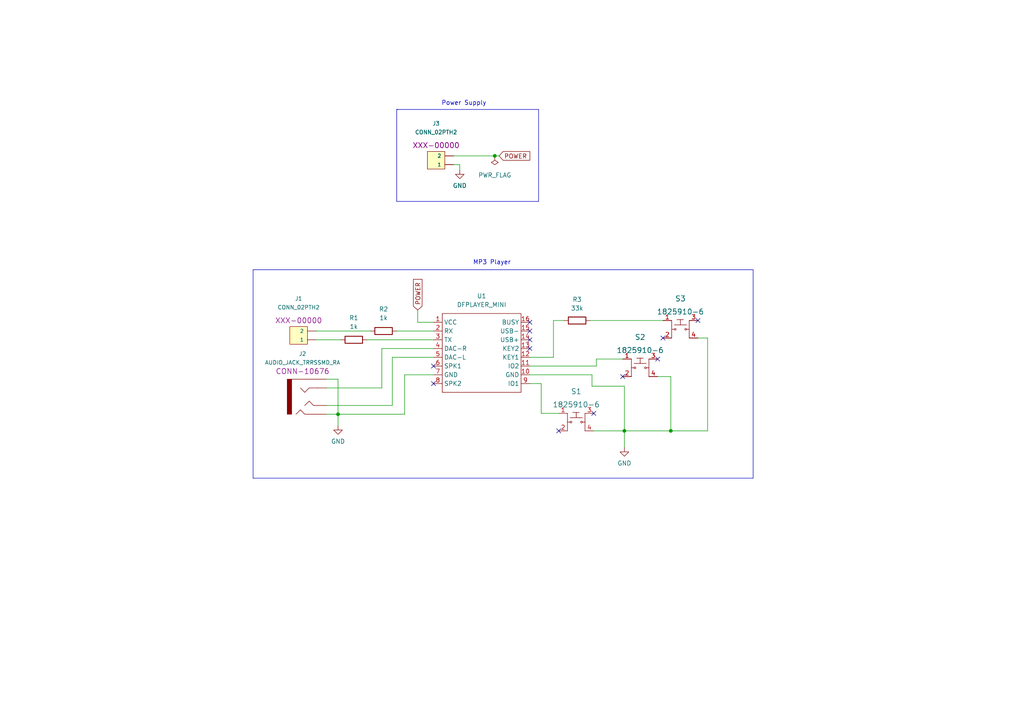
<source format=kicad_sch>
(kicad_sch (version 20211123) (generator eeschema)
  (paper "A4")
  (title_block (title "MP3 Player") (rev "v01") (comment 4 "Author: Asher Pinto"))
  (lib_symbols
    (symbol "DFRobot:DFPLAYER_MINI"
      (property "Reference" "DFR0299" (at -7.0221 12.6754 0))
      (property "Value" "DFPLAYER_MINI" (at 5.4224 -13.0639 0))
      (symbol "DFPLAYER_MINI_0_1"
        (rectangle (start -11.43 11.43) (end 11.43 -11.43))
      )
      (symbol "DFPLAYER_MINI_1_1"
        (pin input line (at -13.97 8.89 0) (length 2.54) (name "VCC") (number "1"))
        (pin input line (at 13.97 -6.35 180) (length 2.54) (name "GND") (number "10"))
        (pin input line (at 13.97 -3.81 180) (length 2.54) (name "IO2") (number "11"))
        (pin input line (at 13.97 -1.27 180) (length 2.54) (name "KEY1") (number "12"))
        (pin input line (at 13.97 1.27 180) (length 2.54) (name "KEY2") (number "13"))
        (pin input line (at 13.97 3.81 180) (length 2.54) (name "USB+") (number "14"))
        (pin input line (at 13.97 6.35 180) (length 2.54) (name "USB-") (number "15"))
        (pin input line (at 13.97 8.89 180) (length 2.54) (name "BUSY") (number "16"))
        (pin input line (at -13.97 6.35 0) (length 2.54) (name "RX") (number "2"))
        (pin input line (at -13.97 3.81 0) (length 2.54) (name "TX") (number "3"))
        (pin input line (at -13.97 1.27 0) (length 2.54) (name "DAC-R") (number "4"))
        (pin input line (at -13.97 -1.27 0) (length 2.54) (name "DAC-L") (number "5"))
        (pin input line (at -13.97 -3.81 0) (length 2.54) (name "SPK1") (number "6"))
        (pin input line (at -13.97 -6.35 0) (length 2.54) (name "GND") (number "7"))
        (pin input line (at -13.97 -8.89 0) (length 2.54) (name "SPK2") (number "8"))
        (pin input line (at 13.97 -8.89 180) (length 2.54) (name "IO1") (number "9"))
      )
    )
    (symbol "Device:R" (pin_numbers hide) (pin_names (offset 0))
      (property "Reference" "R" (at 2.032 0 90))
      (property "Value" "R" (at 0 0 90))
      (symbol "R_0_1"
        (rectangle (start -1.016 -2.54) (end 1.016 2.54) (stroke (width 0.254)))
      )
      (symbol "R_1_1"
        (pin passive line (at 0 3.81 270) (length 1.27) (name "~") (number "1"))
        (pin passive line (at 0 -3.81 90) (length 1.27) (name "~") (number "2"))
      )
    )
    (symbol "SparkFun-Connectors:AUDIO_JACK_TRRSSMD_RA" (pin_numbers hide) (pin_names (offset 1.016) hide)
      (property "Reference" "J" (at -6.35 6.35 0))
      (property "Value" "AUDIO_JACK_TRRSSMD_RA" (at -6.35 -7.62 0))
      (property "Field4" "CONN-10676" (at 0 10.16 0))
      (symbol "AUDIO_JACK_TRRSSMD_RA_1_0"
        (polyline (pts (xy -3.81 -5.08) (xy -2.54 -3.81)))
        (polyline (pts (xy -2.54 -3.81) (xy -1.27 -5.08)))
        (polyline (pts (xy -1.27 -5.08) (xy 2.54 -5.08)))
        (polyline (pts (xy -1.27 -2.54) (xy 0 -1.27)))
        (polyline (pts (xy -1.27 1.27) (xy -2.54 2.54)))
        (polyline (pts (xy 0 -1.27) (xy 1.27 -2.54)))
        (polyline (pts (xy 0 2.54) (xy -1.27 1.27)))
        (polyline (pts (xy 1.27 -2.54) (xy 2.54 -2.54)))
        (polyline (pts (xy 2.54 2.54) (xy 0 2.54)))
        (polyline (pts (xy 2.54 5.08) (xy -5.08 5.08)))
      )
      (symbol "AUDIO_JACK_TRRSSMD_RA_1_1"
        (rectangle (start -6.35 -5.08) (end -5.08 5.08) (fill (type outline)))
        (pin bidirectional line (at 5.08 5.08 180) (length 2.54) (name "EARTH") (number "EART"))
        (pin bidirectional line (at 5.08 2.54 180) (length 2.54) (name "RING1") (number "RING"))
        (pin bidirectional line (at 5.08 -5.08 180) (length 2.54) (name "RING2") (number "RING"))
        (pin bidirectional line (at 5.08 -2.54 180) (length 2.54) (name "TIP") (number "TIP"))
      )
    )
    (symbol "SparkFun-Connectors:CONN_02PTH2" (pin_numbers hide) (pin_names (offset 1.016))
      (property "Reference" "J" (at -5.08 5.08 0))
      (property "Value" "CONN_02PTH2" (at -5.08 -3.81 0))
      (property "Field4" "XXX-00000" (at 0 8.89 0))
      (symbol "CONN_02PTH2_1_0"
        (rectangle (start 0 -1.27) (end -5.08 3.81) (fill (type background)))
      )
      (symbol "CONN_02PTH2_1_1"
        (pin passive line (at 2.54 0 180) (length 2.54) (name "1") (number "1"))
        (pin passive line (at 2.54 2.54 180) (length 2.54) (name "2") (number "2"))
      )
    )
    (symbol "dk_Tactile-Switches:1825910-6" (pin_names (offset 1.016))
      (property "Reference" "S" (at 0 4.572 0))
      (property "Value" "1825910-6" (at 0.127 -5.08 0))
      (symbol "1825910-6_0_1"
        (circle (center -1.524 0) (radius 0.254))
        (polyline (pts (xy -2.54 2.54) (xy -2.54 -2.54)))
        (polyline (pts (xy -1.778 0) (xy -2.54 0)))
        (polyline (pts (xy -1.778 1.27) (xy 1.778 1.27)))
        (polyline (pts (xy 2.54 -2.54) (xy 2.54 2.54)))
        (polyline (pts (xy 2.54 0) (xy 1.778 0)))
        (circle (center 1.524 0) (radius 0.254))
      )
      (symbol "1825910-6_1_1"
        (polyline (pts (xy -1.016 2.794) (xy 0.889 2.794)))
        (polyline (pts (xy 0 2.794) (xy 0 1.27)))
        (pin passive line (at -5.08 2.54 0) (length 2.54) (name "~") (number "1"))
        (pin passive line (at -5.08 -2.54 0) (length 2.54) (name "~") (number "2"))
        (pin passive line (at 5.08 2.54 180) (length 2.54) (name "~") (number "3"))
        (pin passive line (at 5.08 -2.54 180) (length 2.54) (name "~") (number "4"))
      )
    )
    (symbol "power:GND" (power) (pin_names (offset 0))
      (property "Value" "GND" (at 0 -3.81 0))
      (symbol "GND_0_1"
        (polyline (pts (xy 0 0) (xy 0 -1.27) (xy 1.27 -1.27) (xy 0 -2.54) (xy -1.27 -1.27) (xy 0 -1.27)))
      )
      (symbol "GND_1_1"
        (pin power_in line (at 0 0 270) (length 0) hide (name "GND") (number "1"))
      )
    )
    (symbol "power:PWR_FLAG" (power) (pin_numbers hide) (pin_names (offset 0) hide)
      (property "Value" "PWR_FLAG" (at 0 3.81 0))
      (symbol "PWR_FLAG_0_0"
        (pin power_out line (at 0 0 90) (length 0) (name "pwr") (number "1"))
      )
      (symbol "PWR_FLAG_0_1"
        (polyline (pts (xy 0 0) (xy 0 1.27) (xy -1.016 1.905) (xy 0 2.54) (xy 1.016 1.905) (xy 0 1.27)))
      )
    )
  )
  (junction (at 194.564 124.968))
  (junction (at 98.044 120.142))
  (junction (at 143.51 45.212))
  (junction (at 181.102 124.968))
  (no_connect (at 162.052 124.968))
  (no_connect (at 172.212 119.888))
  (no_connect (at 180.594 109.22))
  (no_connect (at 192.278 98.044))
  (no_connect (at 202.438 92.964))
  (no_connect (at 190.754 104.14))
  (no_connect (at 153.67 96.012))
  (no_connect (at 153.67 93.472))
  (no_connect (at 153.67 98.552))
  (no_connect (at 125.73 106.172))
  (no_connect (at 125.73 111.252))
  (no_connect (at 153.67 101.092))
  (wire (pts (xy 171.196 92.964) (xy 192.278 92.964)))
  (wire (pts (xy 190.754 109.22) (xy 194.564 109.22)))
  (polyline (pts (xy 73.406 138.684) (xy 218.44 138.684)) (stroke (width 0) (type solid)))
  (wire (pts (xy 153.67 108.712) (xy 171.704 108.712)))
  (wire (pts (xy 205.232 124.968) (xy 194.564 124.968)))
  (wire (pts (xy 181.102 112.014) (xy 181.102 124.968)))
  (wire (pts (xy 131.572 45.212) (xy 143.51 45.212)))
  (wire (pts (xy 143.51 45.212) (xy 144.78 45.212)))
  (wire (pts (xy 160.528 92.964) (xy 163.576 92.964)))
  (polyline (pts (xy 115.062 58.42) (xy 115.062 31.75)) (stroke (width 0) (type solid)))
  (wire (pts (xy 117.348 108.712) (xy 117.348 120.142)))
  (wire (pts (xy 113.792 117.602) (xy 113.792 103.632)))
  (wire (pts (xy 133.35 49.276) (xy 133.35 47.752)))
  (wire (pts (xy 194.564 109.22) (xy 194.564 124.968)))
  (wire (pts (xy 125.73 108.712) (xy 117.348 108.712)))
  (wire (pts (xy 125.73 101.092) (xy 110.744 101.092)))
  (wire (pts (xy 172.212 124.968) (xy 181.102 124.968)))
  (wire (pts (xy 98.044 109.982) (xy 98.044 120.142)))
  (wire (pts (xy 133.35 47.752) (xy 131.572 47.752)))
  (wire (pts (xy 160.528 103.632) (xy 160.528 92.964)))
  (wire (pts (xy 121.158 89.916) (xy 121.158 93.472)))
  (polyline (pts (xy 218.44 138.684) (xy 218.44 78.232)) (stroke (width 0) (type solid)))
  (wire (pts (xy 194.564 124.968) (xy 181.102 124.968)))
  (polyline (pts (xy 73.406 78.232) (xy 73.406 138.684)) (stroke (width 0) (type solid)))
  (wire (pts (xy 172.974 106.172) (xy 172.974 104.14)))
  (wire (pts (xy 98.044 120.142) (xy 98.044 123.444)))
  (wire (pts (xy 94.742 109.982) (xy 98.044 109.982)))
  (wire (pts (xy 162.052 119.888) (xy 156.972 119.888)))
  (wire (pts (xy 94.742 120.142) (xy 98.044 120.142)))
  (polyline (pts (xy 218.44 78.232) (xy 73.406 78.232)) (stroke (width 0) (type solid)))
  (wire (pts (xy 202.438 98.044) (xy 205.232 98.044)))
  (wire (pts (xy 91.694 98.552) (xy 98.806 98.552)))
  (wire (pts (xy 172.974 104.14) (xy 180.594 104.14)))
  (polyline (pts (xy 156.21 31.75) (xy 156.21 58.42)) (stroke (width 0) (type solid)))
  (polyline (pts (xy 156.21 58.42) (xy 115.062 58.42)) (stroke (width 0) (type solid)))
  (wire (pts (xy 121.158 93.472) (xy 125.73 93.472)))
  (wire (pts (xy 110.744 101.092) (xy 110.744 112.522)))
  (wire (pts (xy 115.062 96.012) (xy 125.73 96.012)))
  (wire (pts (xy 156.972 111.252) (xy 153.67 111.252)))
  (wire (pts (xy 181.102 124.968) (xy 181.102 129.794)))
  (wire (pts (xy 171.704 108.712) (xy 171.704 112.014)))
  (wire (pts (xy 171.704 112.014) (xy 181.102 112.014)))
  (wire (pts (xy 153.67 106.172) (xy 172.974 106.172)))
  (wire (pts (xy 106.426 98.552) (xy 125.73 98.552)))
  (wire (pts (xy 156.972 119.888) (xy 156.972 111.252)))
  (wire (pts (xy 113.792 103.632) (xy 125.73 103.632)))
  (wire (pts (xy 110.744 112.522) (xy 94.742 112.522)))
  (wire (pts (xy 94.742 117.602) (xy 113.792 117.602)))
  (wire (pts (xy 98.044 120.142) (xy 117.348 120.142)))
  (wire (pts (xy 153.67 103.632) (xy 160.528 103.632)))
  (polyline (pts (xy 115.062 31.75) (xy 156.21 31.75)) (stroke (width 0) (type solid)))
  (wire (pts (xy 91.694 96.012) (xy 107.442 96.012)))
  (wire (pts (xy 205.232 98.044) (xy 205.232 124.968)))
  (polyline (pts (xy 115.062 31.75) (xy 115.316 31.75)))
  (text "Power Supply\n" (at 128.016 30.734 0) (effects (font (size 1.27 1.27)) (justify left bottom)))
  (text "MP3 Player \n" (at 137.16 76.962 0) (effects (font (size 1.27 1.27)) (justify left bottom)))
  (global_label "POWER" (shape input) (at 144.78 45.212 0) (property "Intersheet References" "${INTERSHEET_REFS}" (effects hide)))
  (global_label "POWER" (shape input) (at 121.158 89.916 90) (property "Intersheet References" "${INTERSHEET_REFS}" (effects hide)))
  (symbol (lib_id "power:PWR_FLAG") (at 143.51 45.212 180) (unit 1)
    (property "Reference" "#FLG0101" (effects hide))
    (property "Value" "PWR_FLAG" (at 143.51 50.8 0))
  )
  (symbol (lib_id "SparkFun-Connectors:CONN_02PTH2") (at 129.032 47.752 0) (unit 1)
    (property "Reference" "J3" (at 126.492 35.814 0) (effects (font (size 1.143 1.143))))
    (property "Value" "CONN_02PTH2" (at 126.492 38.354 0) (effects (font (size 1.143 1.143))))
    (property "Footprint" "Connectors:1X02_BIG" (effects hide))
    (property "Field4" "XXX-00000" (at 126.492 42.164 0) (effects (font (size 1.524 1.524))))
  )
  (symbol (lib_id "Device:R") (at 167.386 92.964 90) (unit 1)
    (property "Reference" "R3" (at 167.386 86.868 90))
    (property "Value" "33k" (at 167.386 89.408 90))
    (property "Footprint" "RT0603FRD0733KL:RESC1608X55N" (effects hide))
  )
  (symbol (lib_id "SparkFun-Connectors:CONN_02PTH2") (at 89.154 98.552 0) (unit 1)
    (property "Reference" "J1" (at 86.614 86.614 0) (effects (font (size 1.143 1.143))))
    (property "Value" "CONN_02PTH2" (at 86.614 89.154 0) (effects (font (size 1.143 1.143))))
    (property "Footprint" "Connectors:1X02_BIG" (effects hide))
    (property "Field4" "XXX-00000" (at 86.614 92.964 0) (effects (font (size 1.524 1.524))))
  )
  (symbol (lib_id "DFRobot:DFPLAYER_MINI") (at 139.7 102.362 0) (unit 1)
    (property "Reference" "U1" (at 139.7 85.852 0))
    (property "Value" "DFPLAYER_MINI" (at 139.7 88.392 0))
    (property "Footprint" "DF_player:DF_PlayerMini" (effects hide))
  )
  (symbol (lib_id "power:GND") (at 181.102 129.794 0) (unit 1)
    (property "Reference" "#PWR03" (effects hide))
    (property "Value" "GND" (at 181.102 134.366 0))
  )
  (symbol (lib_id "dk_Tactile-Switches:1825910-6") (at 197.358 95.504 0) (unit 1)
    (property "Reference" "S3" (at 197.358 86.614 0) (effects (font (size 1.524 1.524))))
    (property "Value" "1825910-6" (at 197.358 90.424 0) (effects (font (size 1.524 1.524))))
    (property "Footprint" "digikey-footprints:Switch_Tactile_THT_6x6mm" (effects hide))
    (property "Datasheet" "https://www.te.com/commerce/DocumentDelivery/DDEController?Action=srchrtrv&DocNm=1825910&DocType=Customer+Drawing&DocLang=English" (effects hide))
    (property "Digi-Key_PN" "450-1650-ND" (effects hide))
    (property "MPN" "1825910-6" (effects hide))
    (property "Category" "Switches" (effects hide))
    (property "Family" "Tactile Switches" (effects hide))
    (property "DK_Datasheet_Link" "https://www.te.com/commerce/DocumentDelivery/DDEController?Action=srchrtrv&DocNm=1825910&DocType=Customer+Drawing&DocLang=English" (effects hide))
    (property "DK_Detail_Page" "/product-detail/en/te-connectivity-alcoswitch-switches/1825910-6/450-1650-ND/1632536" (effects hide))
    (property "Description" "SWITCH TACTILE SPST-NO 0.05A 24V" (effects hide))
    (property "Manufacturer" "TE Connectivity ALCOSWITCH Switches" (effects hide))
    (property "Status" "Active" (effects hide))
  )
  (symbol (lib_id "Device:R") (at 102.616 98.552 90) (unit 1)
    (property "Reference" "R1" (at 102.616 92.202 90))
    (property "Value" "1k" (at 102.616 94.742 90))
    (property "Footprint" "CPF0805B1K0E1:RESC2012X65N" (effects hide))
  )
  (symbol (lib_id "SparkFun-Connectors:AUDIO_JACK_TRRSSMD_RA") (at 89.662 115.062 0) (unit 1)
    (property "Reference" "J2" (at 87.757 102.616 0) (effects (font (size 1.143 1.143))))
    (property "Value" "AUDIO_JACK_TRRSSMD_RA" (at 87.757 105.156 0) (effects (font (size 1.143 1.143))))
    (property "Footprint" "Connectors:AUDIO_JACK_3.5MM_TRRS_SMD_RA" (effects hide))
    (property "Field4" "CONN-10676" (at 87.757 107.696 0) (effects (font (size 1.524 1.524))))
  )
  (symbol (lib_id "dk_Tactile-Switches:1825910-6") (at 167.132 122.428 0) (unit 1)
    (property "Reference" "S1" (at 167.132 113.538 0) (effects (font (size 1.524 1.524))))
    (property "Value" "1825910-6" (at 167.132 117.348 0) (effects (font (size 1.524 1.524))))
    (property "Footprint" "digikey-footprints:Switch_Tactile_THT_6x6mm" (effects hide))
    (property "Datasheet" "https://www.te.com/commerce/DocumentDelivery/DDEController?Action=srchrtrv&DocNm=1825910&DocType=Customer+Drawing&DocLang=English" (effects hide))
    (property "Digi-Key_PN" "450-1650-ND" (effects hide))
    (property "MPN" "1825910-6" (effects hide))
    (property "Category" "Switches" (effects hide))
    (property "Family" "Tactile Switches" (effects hide))
    (property "DK_Datasheet_Link" "https://www.te.com/commerce/DocumentDelivery/DDEController?Action=srchrtrv&DocNm=1825910&DocType=Customer+Drawing&DocLang=English" (effects hide))
    (property "DK_Detail_Page" "/product-detail/en/te-connectivity-alcoswitch-switches/1825910-6/450-1650-ND/1632536" (effects hide))
    (property "Description" "SWITCH TACTILE SPST-NO 0.05A 24V" (effects hide))
    (property "Manufacturer" "TE Connectivity ALCOSWITCH Switches" (effects hide))
    (property "Status" "Active" (effects hide))
  )
  (symbol (lib_id "power:GND") (at 98.044 123.444 0) (unit 1)
    (property "Reference" "#PWR01" (effects hide))
    (property "Value" "GND" (at 98.044 128.016 0))
  )
  (symbol (lib_id "Device:R") (at 111.252 96.012 90) (unit 1)
    (property "Reference" "R2" (at 111.252 89.662 90))
    (property "Value" "1k" (at 111.252 92.202 90))
    (property "Footprint" "CPF0805B1K0E1:RESC2012X65N" (effects hide))
  )
  (symbol (lib_id "dk_Tactile-Switches:1825910-6") (at 185.674 106.68 0) (unit 1)
    (property "Reference" "S2" (at 185.674 97.79 0) (effects (font (size 1.524 1.524))))
    (property "Value" "1825910-6" (at 185.674 101.6 0) (effects (font (size 1.524 1.524))))
    (property "Footprint" "digikey-footprints:Switch_Tactile_THT_6x6mm" (effects hide))
    (property "Datasheet" "https://www.te.com/commerce/DocumentDelivery/DDEController?Action=srchrtrv&DocNm=1825910&DocType=Customer+Drawing&DocLang=English" (effects hide))
    (property "Digi-Key_PN" "450-1650-ND" (effects hide))
    (property "MPN" "1825910-6" (effects hide))
    (property "Category" "Switches" (effects hide))
    (property "Family" "Tactile Switches" (effects hide))
    (property "DK_Datasheet_Link" "https://www.te.com/commerce/DocumentDelivery/DDEController?Action=srchrtrv&DocNm=1825910&DocType=Customer+Drawing&DocLang=English" (effects hide))
    (property "DK_Detail_Page" "/product-detail/en/te-connectivity-alcoswitch-switches/1825910-6/450-1650-ND/1632536" (effects hide))
    (property "Description" "SWITCH TACTILE SPST-NO 0.05A 24V" (effects hide))
    (property "Manufacturer" "TE Connectivity ALCOSWITCH Switches" (effects hide))
    (property "Status" "Active" (effects hide))
  )
  (symbol (lib_id "power:GND") (at 133.35 49.276 0) (unit 1)
    (property "Reference" "#PWR02" (effects hide))
    (property "Value" "GND" (at 133.35 53.848 0))
  )
)
</source>
